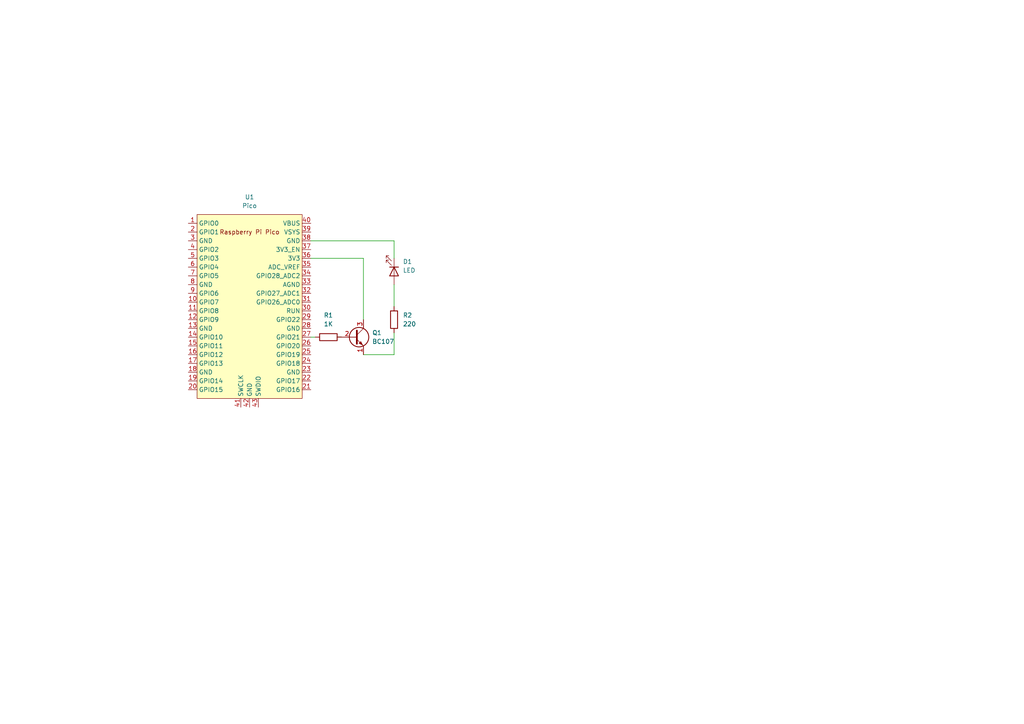
<source format=kicad_sch>
(kicad_sch (version 20231120) (generator "eeschema") (generator_version "8.0")
  (paper "A4")
  (lib_symbols
    (symbol "Device:LED" (pin_numbers hide) (pin_names (offset 1.016) hide)
      (property "Reference" "D" (at 0 2.54 0))
      (property "Value" "LED" (at 0 -2.54 0))
      (symbol "LED_0_1"
        (polyline (pts (xy -1.27 -1.27) (xy -1.27 1.27)) (stroke (width 0.254)))
        (polyline (pts (xy -1.27 0) (xy 1.27 0)))
        (polyline (pts (xy 1.27 -1.27) (xy 1.27 1.27) (xy -1.27 0) (xy 1.27 -1.27)) (stroke (width 0.254)))
        (polyline (pts (xy -3.048 -0.762) (xy -4.572 -2.286) (xy -3.81 -2.286) (xy -4.572 -2.286) (xy -4.572 -1.524)))
        (polyline (pts (xy -1.778 -0.762) (xy -3.302 -2.286) (xy -2.54 -2.286) (xy -3.302 -2.286) (xy -3.302 -1.524)))
      )
      (symbol "LED_1_1"
        (pin passive line (at -3.81 0 0) (length 2.54) (name "K") (number "1"))
        (pin passive line (at 3.81 0 180) (length 2.54) (name "A") (number "2"))
      )
    )
    (symbol "Device:R" (pin_numbers hide) (pin_names (offset 0))
      (property "Reference" "R" (at 2.032 0 90))
      (property "Value" "R" (at 0 0 90))
      (symbol "R_0_1"
        (rectangle (start -1.016 -2.54) (end 1.016 2.54) (stroke (width 0.254)))
      )
      (symbol "R_1_1"
        (pin passive line (at 0 3.81 270) (length 1.27) (name "~") (number "1"))
        (pin passive line (at 0 -3.81 90) (length 1.27) (name "~") (number "2"))
      )
    )
    (symbol "MCU_RaspberryPi_and_Boards:Pico"
      (property "Reference" "U" (at -13.97 27.94 0))
      (property "Value" "Pico" (at 0 19.05 0))
      (symbol "Pico_0_0"
        (text "Raspberry Pi Pico" (at 0 21.59 0) (effects (font (size 1.27 1.27))))
      )
      (symbol "Pico_0_1"
        (rectangle (start -15.24 26.67) (end 15.24 -26.67) (fill (type background)))
      )
      (symbol "Pico_1_1"
        (pin bidirectional line (at -17.78 24.13 0) (length 2.54) (name "GPIO0") (number "1"))
        (pin bidirectional line (at -17.78 1.27 0) (length 2.54) (name "GPIO7") (number "10"))
        (pin bidirectional line (at -17.78 -1.27 0) (length 2.54) (name "GPIO8") (number "11"))
        (pin bidirectional line (at -17.78 -3.81 0) (length 2.54) (name "GPIO9") (number "12"))
        (pin power_in line (at -17.78 -6.35 0) (length 2.54) (name "GND") (number "13"))
        (pin bidirectional line (at -17.78 -8.89 0) (length 2.54) (name "GPIO10") (number "14"))
        (pin bidirectional line (at -17.78 -11.43 0) (length 2.54) (name "GPIO11") (number "15"))
        (pin bidirectional line (at -17.78 -13.97 0) (length 2.54) (name "GPIO12") (number "16"))
        (pin bidirectional line (at -17.78 -16.51 0) (length 2.54) (name "GPIO13") (number "17"))
        (pin power_in line (at -17.78 -19.05 0) (length 2.54) (name "GND") (number "18"))
        (pin bidirectional line (at -17.78 -21.59 0) (length 2.54) (name "GPIO14") (number "19"))
        (pin bidirectional line (at -17.78 21.59 0) (length 2.54) (name "GPIO1") (number "2"))
        (pin bidirectional line (at -17.78 -24.13 0) (length 2.54) (name "GPIO15") (number "20"))
        (pin bidirectional line (at 17.78 -24.13 180) (length 2.54) (name "GPIO16") (number "21"))
        (pin bidirectional line (at 17.78 -21.59 180) (length 2.54) (name "GPIO17") (number "22"))
        (pin power_in line (at 17.78 -19.05 180) (length 2.54) (name "GND") (number "23"))
        (pin bidirectional line (at 17.78 -16.51 180) (length 2.54) (name "GPIO18") (number "24"))
        (pin bidirectional line (at 17.78 -13.97 180) (length 2.54) (name "GPIO19") (number "25"))
        (pin bidirectional line (at 17.78 -11.43 180) (length 2.54) (name "GPIO20") (number "26"))
        (pin bidirectional line (at 17.78 -8.89 180) (length 2.54) (name "GPIO21") (number "27"))
        (pin power_in line (at 17.78 -6.35 180) (length 2.54) (name "GND") (number "28"))
        (pin bidirectional line (at 17.78 -3.81 180) (length 2.54) (name "GPIO22") (number "29"))
        (pin power_in line (at -17.78 19.05 0) (length 2.54) (name "GND") (number "3"))
        (pin input line (at 17.78 -1.27 180) (length 2.54) (name "RUN") (number "30"))
        (pin bidirectional line (at 17.78 1.27 180) (length 2.54) (name "GPIO26_ADC0") (number "31"))
        (pin bidirectional line (at 17.78 3.81 180) (length 2.54) (name "GPIO27_ADC1") (number "32"))
        (pin power_in line (at 17.78 6.35 180) (length 2.54) (name "AGND") (number "33"))
        (pin bidirectional line (at 17.78 8.89 180) (length 2.54) (name "GPIO28_ADC2") (number "34"))
        (pin power_in line (at 17.78 11.43 180) (length 2.54) (name "ADC_VREF") (number "35"))
        (pin power_in line (at 17.78 13.97 180) (length 2.54) (name "3V3") (number "36"))
        (pin input line (at 17.78 16.51 180) (length 2.54) (name "3V3_EN") (number "37"))
        (pin bidirectional line (at 17.78 19.05 180) (length 2.54) (name "GND") (number "38"))
        (pin power_in line (at 17.78 21.59 180) (length 2.54) (name "VSYS") (number "39"))
        (pin bidirectional line (at -17.78 16.51 0) (length 2.54) (name "GPIO2") (number "4"))
        (pin power_in line (at 17.78 24.13 180) (length 2.54) (name "VBUS") (number "40"))
        (pin input line (at -2.54 -29.21 90) (length 2.54) (name "SWCLK") (number "41"))
        (pin power_in line (at 0 -29.21 90) (length 2.54) (name "GND") (number "42"))
        (pin bidirectional line (at 2.54 -29.21 90) (length 2.54) (name "SWDIO") (number "43"))
        (pin bidirectional line (at -17.78 13.97 0) (length 2.54) (name "GPIO3") (number "5"))
        (pin bidirectional line (at -17.78 11.43 0) (length 2.54) (name "GPIO4") (number "6"))
        (pin bidirectional line (at -17.78 8.89 0) (length 2.54) (name "GPIO5") (number "7"))
        (pin power_in line (at -17.78 6.35 0) (length 2.54) (name "GND") (number "8"))
        (pin bidirectional line (at -17.78 3.81 0) (length 2.54) (name "GPIO6") (number "9"))
      )
    )
    (symbol "Transistor_BJT:BC107" (pin_names (offset 0) hide)
      (property "Reference" "Q" (at 5.08 1.905 0))
      (property "Value" "BC107" (at 5.08 0 0))
      (symbol "BC107_0_1"
        (polyline (pts (xy 0.635 0.635) (xy 2.54 2.54)))
        (polyline (pts (xy 0.635 -0.635) (xy 2.54 -2.54) (xy 2.54 -2.54)))
        (polyline (pts (xy 0.635 1.905) (xy 0.635 -1.905) (xy 0.635 -1.905)) (stroke (width 0.508)))
        (polyline (pts (xy 1.27 -1.778) (xy 1.778 -1.27) (xy 2.286 -2.286) (xy 1.27 -1.778) (xy 1.27 -1.778)) (fill (type outline)))
        (circle (center 1.27 0) (radius 2.8194) (stroke (width 0.254)))
      )
      (symbol "BC107_1_1"
        (pin passive line (at 2.54 -5.08 90) (length 2.54) (name "E") (number "1"))
        (pin input line (at -5.08 0 0) (length 5.715) (name "B") (number "2"))
        (pin passive line (at 2.54 5.08 270) (length 2.54) (name "C") (number "3"))
      )
    )
  )
  (wire (pts (xy 91.44 97.79) (xy 90.17 97.79)))
  (wire (pts (xy 99.06 97.79) (xy 97.79 97.79)))
  (wire (pts (xy 114.3 69.85) (xy 90.17 69.85)))
  (wire (pts (xy 114.3 96.52) (xy 114.3 102.87)))
  (wire (pts (xy 114.3 69.85) (xy 114.3 74.93)))
  (wire (pts (xy 105.41 92.71) (xy 105.41 74.93)))
  (wire (pts (xy 105.41 102.87) (xy 114.3 102.87)))
  (wire (pts (xy 90.17 74.93) (xy 105.41 74.93)))
  (wire (pts (xy 114.3 82.55) (xy 114.3 88.9)))
  (symbol (lib_id "Device:LED") (at 114.3 78.74 270) (unit 1)
    (property "Reference" "D1" (at 116.84 75.8824 90) (effects (justify left)))
    (property "Value" "LED" (at 116.84 78.4224 90) (effects (justify left)))
    (property "Footprint" "LED_THT:LED_D5.0mm_Horizontal_O6.35mm_Z15.0mm" (effects (hide yes)))
    (property "Description" "Light emitting diode" (effects (hide yes)))
  )
  (symbol (lib_id "Device:R") (at 114.3 92.71 0) (unit 1)
    (property "Reference" "R2" (at 116.84 91.4399 0) (effects (justify left)))
    (property "Value" "220" (at 116.84 93.9799 0) (effects (justify left)))
    (property "Footprint" "OptoDevice:R_LDR_5.2x5.2mm_P3.5mm_Horizontal" (effects (hide yes)))
    (property "Description" "Resistor" (effects (hide yes)))
  )
  (symbol (lib_id "Transistor_BJT:BC107") (at 102.87 97.79 0) (unit 1)
    (property "Reference" "Q1" (at 107.95 96.5199 0) (effects (justify left)))
    (property "Value" "BC107" (at 107.95 99.0599 0) (effects (justify left)))
    (property "Footprint" "Package_TO_SOT_THT:TO-92L" (effects (hide yes)))
    (property "Datasheet" "http://www.b-kainka.de/Daten/Transistor/BC108.pdf" (effects (hide yes)))
    (property "Description" "0.1A Ic, 50V Vce, Low Noise General Purpose NPN Transistor, TO-18" (effects (hide yes)))
  )
  (symbol (lib_id "MCU_RaspberryPi_and_Boards:Pico") (at 72.39 88.9 0) (unit 1)
    (property "Reference" "U1" (at 72.39 57.15 0))
    (property "Value" "Pico" (at 72.39 59.69 0))
    (property "Footprint" "MCU_RaspberryPi_and_Boards:RPi_Pico_SMD_TH" (effects (hide yes)))
  )
  (symbol (lib_id "Device:R") (at 95.25 97.79 90) (unit 1)
    (property "Reference" "R1" (at 95.25 91.44 90))
    (property "Value" "1K" (at 95.25 93.98 90))
    (property "Footprint" "OptoDevice:R_LDR_5.2x5.2mm_P3.5mm_Horizontal" (effects (hide yes)))
    (property "Description" "Resistor" (effects (hide yes)))
  )
)
</source>
